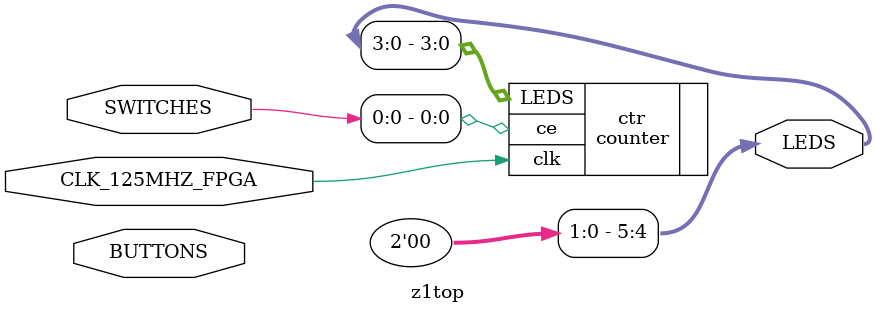
<source format=v>

module z1top (
    input CLK_125MHZ_FPGA,
    input [3:0] BUTTONS,
    input [1:0] SWITCHES,
    output [5:0] LEDS
);

`ifdef ADDER_CIRCUIT
    wire [14:0] adder_out;
    structural_adder user_adder (
        .a({11'b0,SWITCHES[0],BUTTONS[1:0]}),
        .b({11'b0,SWITCHES[1],BUTTONS[3:2]}),
        .sum(adder_out)
    );
    assign LEDS[3:0] = adder_out[3:0]; // truncate upper bits

    // Self test of the structural adder
    wire [13:0] adder_operand1, adder_operand2;
    wire [14:0] structural_out, behavioral_out;
    wire test_fail;
    assign LEDS[4] = ~test_fail;
    assign LEDS[5] = ~test_fail;

    structural_adder structural_test_adder (
        .a(adder_operand1),
        .b(adder_operand2),
        .sum(structural_out)
    );

    behavioral_adder behavioral_test_adder (
        .a(adder_operand1),
        .b(adder_operand2),
        .sum(behavioral_out)
    );

    adder_tester tester (
        .adder_operand1(adder_operand1),
        .adder_operand2(adder_operand2),
        .structural_sum(structural_out),
        .behavioral_sum(behavioral_out),
        .clk(CLK_125MHZ_FPGA),
        .test_fail(test_fail)
    );
`else
    assign LEDS[5:4] = 0;

    counter ctr (
        .clk(CLK_125MHZ_FPGA),
        .ce(SWITCHES[0]),
        .LEDS(LEDS[3:0])
    );
`endif
endmodule

</source>
